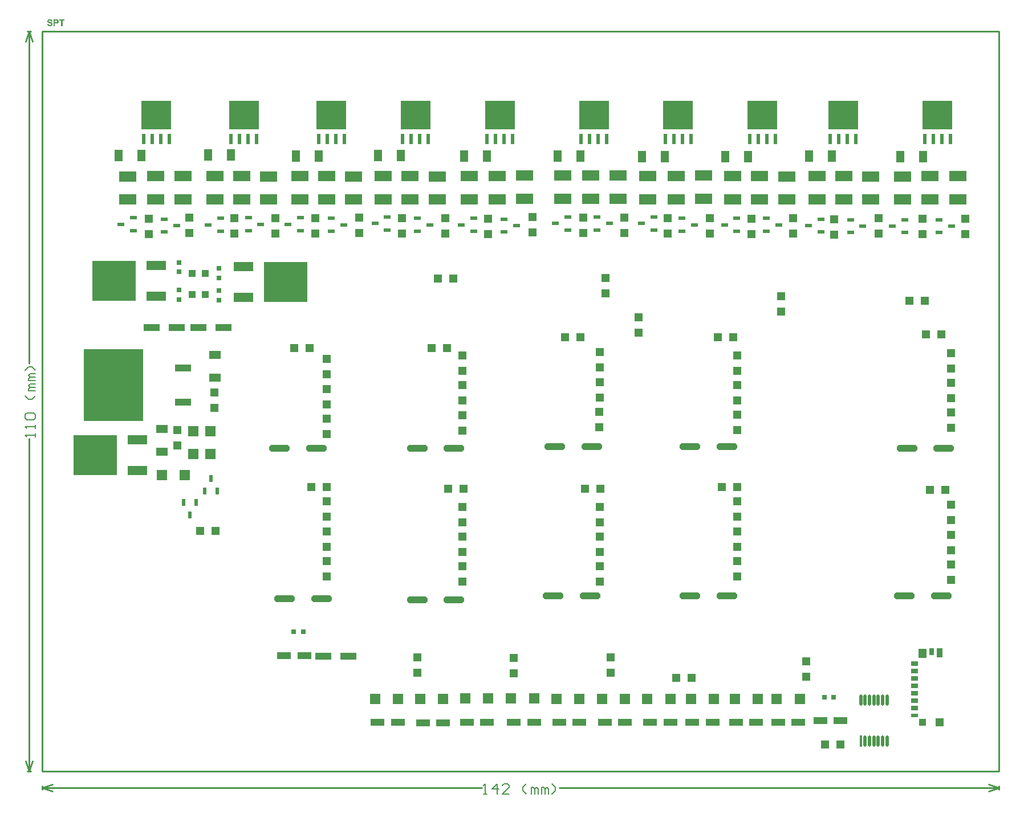
<source format=gtp>
%FSTAX43Y43*%
%MOMM*%
G71*
G01*
G75*
G04 Layer_Color=8421504*
%ADD10R,2.540X1.524*%
%ADD11R,1.524X1.524*%
%ADD12R,0.600X1.000*%
%ADD13R,1.143X1.270*%
%ADD14R,1.524X1.524*%
%ADD15R,1.700X1.200*%
%ADD16R,1.270X1.143*%
%ADD17R,0.762X0.762*%
%ADD18R,1.100X1.000*%
%ADD19R,2.400X1.000*%
%ADD20R,3.000X1.400*%
%ADD21R,6.500X6.000*%
%ADD22R,1.000X0.600*%
%ADD23R,0.500X1.600*%
%ADD24R,4.500X4.200*%
G04:AMPARAMS|DCode=25|XSize=3mm|YSize=1mm|CornerRadius=0mm|HoleSize=0mm|Usage=FLASHONLY|Rotation=180.000|XOffset=0mm|YOffset=0mm|HoleType=Round|Shape=Octagon|*
%AMOCTAGOND25*
4,1,8,-1.500,0.250,-1.500,-0.250,-1.250,-0.500,1.250,-0.500,1.500,-0.250,1.500,0.250,1.250,0.500,-1.250,0.500,-1.500,0.250,0.0*
%
%ADD25OCTAGOND25*%

%ADD26R,2.400X1.050*%
%ADD27R,8.900X10.650*%
%ADD28R,1.200X1.700*%
%ADD29R,2.000X1.000*%
%ADD30R,1.200X1.150*%
%ADD31R,1.100X1.100*%
%ADD32R,0.700X1.000*%
%ADD33R,1.000X0.600*%
%ADD34R,1.000X0.700*%
%ADD35R,0.900X1.400*%
%ADD36R,1.200X1.450*%
%ADD37O,0.450X1.700*%
%ADD38R,0.450X1.700*%
%ADD39R,0.762X0.762*%
%ADD40C,0.600*%
%ADD41C,0.500*%
%ADD42C,0.400*%
%ADD43C,0.300*%
%ADD44C,1.200*%
%ADD45C,1.000*%
%ADD46C,1.500*%
%ADD47C,2.540*%
%ADD48C,0.800*%
%ADD49C,2.000*%
%ADD50C,0.700*%
%ADD51C,1.700*%
%ADD52C,1.300*%
%ADD53C,5.500*%
%ADD54C,5.000*%
%ADD55C,1.400*%
%ADD56C,1.600*%
%ADD57C,0.254*%
%ADD58C,0.152*%
%ADD59R,1.500X1.500*%
%ADD60C,1.500*%
%ADD61C,3.000*%
%ADD62R,1.500X1.500*%
%ADD63R,6.000X5.500*%
%ADD64C,2.500*%
%ADD65C,2.000*%
%ADD66C,1.200*%
%ADD67C,1.000*%
%ADD68C,0.250*%
%ADD69C,0.200*%
%ADD70C,0.305*%
%ADD71C,0.150*%
%ADD72C,0.100*%
%ADD73C,0.203*%
%ADD74R,1.700X0.550*%
%ADD75R,0.550X1.700*%
G36*
X0003274Y0111561D02*
X0002987D01*
Y011075D01*
X0002789D01*
Y0111561D01*
X0002502D01*
Y0111726D01*
X0003274D01*
Y0111561D01*
D02*
G37*
G36*
X0002054Y0111725D02*
X0002073D01*
X0002113Y0111723D01*
X0002152Y011172D01*
X000217Y0111719D01*
X0002186Y0111716D01*
X0002199Y0111714D01*
X0002211Y0111711D01*
X0002213D01*
X0002216Y011171D01*
X0002219Y0111708D01*
X0002225Y0111707D01*
X0002241Y0111701D01*
X000226Y0111691D01*
X0002282Y0111679D01*
X0002305Y0111661D01*
X0002329Y011164D01*
X0002351Y0111615D01*
Y0111613D01*
X0002354Y0111612D01*
X0002357Y0111607D01*
X000236Y0111601D01*
X0002364Y0111594D01*
X0002369Y0111585D01*
X0002381Y0111564D01*
X0002391Y0111536D01*
X00024Y0111503D01*
X0002406Y0111466D01*
X0002409Y0111425D01*
Y0111423D01*
Y011142D01*
Y0111416D01*
Y011141D01*
X0002407Y0111393D01*
X0002404Y0111373D01*
X0002401Y0111349D01*
X0002395Y0111324D01*
X0002386Y0111298D01*
X0002376Y0111275D01*
X0002375Y0111272D01*
X000237Y0111264D01*
X0002363Y0111254D01*
X0002354Y011124D01*
X0002342Y0111224D01*
X0002327Y0111208D01*
X0002311Y0111193D01*
X0002293Y0111178D01*
X0002291Y0111176D01*
X0002284Y0111172D01*
X0002274Y0111166D01*
X0002262Y011116D01*
X0002245Y0111151D01*
X0002229Y0111144D01*
X000221Y0111138D01*
X000219Y0111132D01*
X0002187D01*
X0002183Y011113D01*
X0002177D01*
X000217Y0111129D01*
X0002161Y0111127D01*
X000215Y0111126D01*
X0002138D01*
X0002125Y0111124D01*
X000211Y0111123D01*
X0002094Y0111121D01*
X0002074Y011112D01*
X0002055D01*
X0002034Y0111118D01*
X0001859D01*
Y011075D01*
X0001661D01*
Y0111726D01*
X0002036D01*
X0002054Y0111725D01*
D02*
G37*
G36*
X0001121Y0111741D02*
X0001137Y011174D01*
X0001155Y0111738D01*
X0001174Y0111735D01*
X0001195Y0111732D01*
X0001239Y0111723D01*
X0001285Y0111708D01*
X0001308Y0111699D01*
X0001329Y0111688D01*
X0001349Y0111676D01*
X0001367Y0111661D01*
X0001369Y0111659D01*
X0001372Y0111656D01*
X0001376Y0111652D01*
X0001382Y0111646D01*
X0001389Y0111639D01*
X0001397Y0111628D01*
X0001406Y0111616D01*
X0001415Y0111603D01*
X0001424Y0111588D01*
X0001431Y0111572D01*
X0001447Y0111536D01*
X0001453Y0111515D01*
X0001459Y0111493D01*
X0001464Y0111469D01*
X0001465Y0111445D01*
X0001268Y0111438D01*
Y0111439D01*
Y0111441D01*
X0001265Y011145D01*
X0001262Y0111463D01*
X0001256Y011148D01*
X0001248Y0111497D01*
X0001239Y0111515D01*
X0001227Y0111532D01*
X0001213Y0111545D01*
X0001211Y0111546D01*
X0001205Y0111551D01*
X0001196Y0111555D01*
X0001183Y0111563D01*
X0001165Y0111569D01*
X0001144Y0111573D01*
X0001119Y0111578D01*
X0001089Y0111579D01*
X0001076D01*
X000106Y0111578D01*
X000104Y0111575D01*
X0001019Y011157D01*
X0000997Y0111564D01*
X0000975Y0111555D01*
X0000956Y0111543D01*
X0000954Y0111542D01*
X0000951Y0111539D01*
X0000947Y0111535D01*
X0000941Y0111527D01*
X0000935Y0111518D01*
X000093Y0111508D01*
X0000927Y0111496D01*
X0000926Y0111483D01*
Y0111481D01*
Y0111477D01*
X0000927Y0111471D01*
X0000929Y0111462D01*
X0000933Y0111453D01*
X0000938Y0111442D01*
X0000945Y0111434D01*
X0000954Y0111423D01*
X0000956Y0111422D01*
X0000962Y0111417D01*
X0000973Y0111411D01*
X0000981Y0111408D01*
X0000991Y0111404D01*
X0001002Y0111398D01*
X0001015Y0111393D01*
X0001028Y0111387D01*
X0001046Y0111383D01*
X0001064Y0111377D01*
X0001085Y0111371D01*
X0001109Y0111364D01*
X0001134Y0111358D01*
X0001135D01*
X000114Y0111356D01*
X0001147Y0111355D01*
X0001158Y0111352D01*
X000117Y0111349D01*
X0001183Y0111344D01*
X0001214Y0111337D01*
X000125Y0111325D01*
X0001284Y0111315D01*
X0001318Y0111301D01*
X0001333Y0111295D01*
X0001346Y0111288D01*
X0001348D01*
X0001349Y0111286D01*
X0001358Y0111282D01*
X000137Y0111273D01*
X0001385Y0111263D01*
X0001403Y0111248D01*
X0001421Y0111231D01*
X0001437Y0111211D01*
X0001453Y0111188D01*
X0001455Y0111185D01*
X0001459Y0111178D01*
X0001467Y0111163D01*
X0001474Y0111145D01*
X000148Y0111123D01*
X0001488Y0111096D01*
X0001492Y0111066D01*
X0001493Y0111034D01*
Y0111032D01*
Y0111029D01*
Y0111025D01*
Y0111019D01*
X000149Y0111003D01*
X0001488Y0110982D01*
X0001482Y0110958D01*
X0001474Y0110931D01*
X0001462Y0110903D01*
X0001446Y0110875D01*
Y0110873D01*
X0001444Y0110872D01*
X0001437Y0110863D01*
X0001427Y011085D01*
X0001412Y0110835D01*
X0001394Y0110817D01*
X000137Y0110799D01*
X0001345Y0110781D01*
X0001314Y0110766D01*
X0001312D01*
X0001309Y0110765D01*
X0001305Y0110763D01*
X0001299Y011076D01*
X000129Y0110759D01*
X0001281Y0110756D01*
X0001269Y0110753D01*
X0001256Y011075D01*
X0001225Y0110743D01*
X0001189Y0110738D01*
X0001149Y0110734D01*
X0001103Y0110732D01*
X0001085D01*
X0001071Y0110734D01*
X0001057Y0110735D01*
X0001039Y0110737D01*
X0001019Y011074D01*
X0000997Y0110743D01*
X0000951Y0110753D01*
X0000927Y011076D01*
X0000904Y0110768D01*
X0000881Y0110778D01*
X0000859Y0110789D01*
X0000837Y0110802D01*
X0000817Y0110817D01*
X0000816Y0110818D01*
X0000813Y0110821D01*
X0000808Y0110826D01*
X0000801Y0110833D01*
X0000794Y0110842D01*
X0000785Y0110853D01*
X0000776Y0110866D01*
X0000765Y0110879D01*
X0000755Y0110897D01*
X0000745Y0110915D01*
X0000736Y0110936D01*
X0000725Y0110958D01*
X0000718Y0110982D01*
X000071Y0111009D01*
X0000704Y0111037D01*
X00007Y0111066D01*
X0000892Y0111086D01*
Y0111084D01*
X0000893Y0111081D01*
Y0111077D01*
X0000895Y0111069D01*
X0000899Y0111053D01*
X0000907Y0111031D01*
X0000915Y0111009D01*
X0000927Y0110985D01*
X0000942Y0110962D01*
X000096Y0110943D01*
X0000963Y0110942D01*
X000097Y0110936D01*
X0000982Y011093D01*
X0000999Y0110921D01*
X0001019Y0110913D01*
X0001043Y0110906D01*
X0001071Y01109D01*
X0001104Y0110899D01*
X0001121D01*
X0001137Y01109D01*
X0001158Y0110903D01*
X0001181Y0110909D01*
X0001205Y0110915D01*
X0001227Y0110925D01*
X0001247Y0110939D01*
X0001248Y011094D01*
X0001254Y0110946D01*
X0001262Y0110954D01*
X0001272Y0110965D01*
X0001281Y0110979D01*
X0001288Y0110995D01*
X0001294Y0111013D01*
X0001296Y0111032D01*
Y0111034D01*
Y0111038D01*
X0001294Y0111044D01*
X0001293Y0111053D01*
X0001287Y0111071D01*
X0001282Y0111081D01*
X0001275Y011109D01*
X0001274Y0111092D01*
X0001271Y0111095D01*
X0001266Y0111099D01*
X0001259Y0111105D01*
X0001248Y0111113D01*
X0001236Y0111118D01*
X0001222Y0111126D01*
X0001204Y0111133D01*
X0001202D01*
X0001196Y0111136D01*
X0001186Y0111139D01*
X0001171Y0111144D01*
X0001162Y0111147D01*
X000115Y011115D01*
X0001138Y0111153D01*
X0001123Y0111157D01*
X0001107Y0111162D01*
X0001089Y0111166D01*
X000107Y0111171D01*
X0001048Y0111176D01*
X0001046D01*
X000104Y0111178D01*
X0001033Y0111181D01*
X0001022Y0111184D01*
X0001009Y0111187D01*
X0000994Y0111191D01*
X0000962Y0111203D01*
X0000924Y0111217D01*
X0000887Y0111233D01*
X0000855Y0111252D01*
X000084Y0111263D01*
X0000826Y0111273D01*
X0000825Y0111275D01*
X0000822Y0111277D01*
X0000817Y0111282D01*
X0000813Y0111288D01*
X0000805Y0111295D01*
X0000798Y0111304D01*
X0000791Y0111316D01*
X0000782Y0111328D01*
X0000765Y0111356D01*
X0000751Y011139D01*
X0000746Y0111408D01*
X0000742Y0111428D01*
X0000739Y0111448D01*
X0000737Y0111469D01*
Y0111471D01*
Y0111472D01*
Y0111477D01*
Y0111483D01*
X000074Y0111496D01*
X0000743Y0111515D01*
X0000748Y0111536D01*
X0000755Y011156D01*
X0000765Y0111584D01*
X0000779Y0111609D01*
Y011161D01*
X000078Y0111612D01*
X0000786Y0111619D01*
X0000797Y0111631D01*
X000081Y0111646D01*
X0000826Y0111662D01*
X0000847Y0111679D01*
X0000871Y0111695D01*
X0000899Y0111708D01*
X0000901D01*
X0000902Y011171D01*
X0000908Y0111711D01*
X0000914Y0111714D01*
X0000921Y0111716D01*
X000093Y0111719D01*
X0000953Y0111726D01*
X0000981Y0111732D01*
X0001014Y0111737D01*
X0001051Y0111741D01*
X0001091Y0111743D01*
X0001109D01*
X0001121Y0111741D01*
D02*
G37*
%LPC*%
G36*
X0002006Y0111561D02*
X0001859D01*
Y0111283D01*
X0001994D01*
X0002005Y0111285D01*
X0002028D01*
X0002055Y0111286D01*
X000208Y0111289D01*
X0002103Y0111294D01*
X0002113Y0111295D01*
X0002121Y0111298D01*
X0002122Y01113D01*
X0002126Y0111301D01*
X0002134Y0111304D01*
X0002143Y011131D01*
X0002153Y0111316D01*
X0002164Y0111325D01*
X0002174Y0111334D01*
X0002183Y0111346D01*
X0002184Y0111347D01*
X0002186Y0111352D01*
X000219Y0111359D01*
X0002195Y0111368D01*
X0002198Y0111379D01*
X0002202Y0111392D01*
X0002204Y0111407D01*
X0002205Y0111422D01*
Y0111425D01*
Y0111431D01*
X0002204Y0111441D01*
X0002201Y0111453D01*
X0002198Y0111466D01*
X0002192Y0111481D01*
X0002184Y0111496D01*
X0002174Y0111509D01*
X0002173Y0111511D01*
X0002168Y0111515D01*
X0002162Y0111521D01*
X0002152Y0111529D01*
X0002141Y0111536D01*
X0002126Y0111543D01*
X0002112Y0111549D01*
X0002094Y0111554D01*
X0002092D01*
X0002086Y0111555D01*
X0002077Y0111557D01*
X0002064Y0111558D01*
X0002045D01*
X0002019Y011156D01*
X0002006Y0111561D01*
D02*
G37*
%LPD*%
D10*
X00586Y00884D02*
D03*
Y0084971D02*
D03*
X00546Y0085D02*
D03*
Y0088429D02*
D03*
X00127Y00884D02*
D03*
Y0084971D02*
D03*
X00168Y0085D02*
D03*
Y0088429D02*
D03*
X00209Y0085D02*
D03*
Y0088429D02*
D03*
X00256Y0085D02*
D03*
Y0088429D02*
D03*
X00336Y00884D02*
D03*
Y0084971D02*
D03*
X00296Y0085D02*
D03*
Y0088429D02*
D03*
X00382Y0085D02*
D03*
Y0088429D02*
D03*
X00422Y0085D02*
D03*
Y0088429D02*
D03*
X00462Y00884D02*
D03*
Y0084971D02*
D03*
X00506Y0085D02*
D03*
Y0088429D02*
D03*
X00634D02*
D03*
Y0085D02*
D03*
X00675Y0088429D02*
D03*
Y0085D02*
D03*
X00716Y0085071D02*
D03*
Y00885D02*
D03*
X00773Y00851D02*
D03*
Y0088529D02*
D03*
X00814Y00851D02*
D03*
Y0088529D02*
D03*
X00855Y00885D02*
D03*
Y0085071D02*
D03*
X00899Y0085D02*
D03*
Y0088429D02*
D03*
X00941Y0085D02*
D03*
Y0088429D02*
D03*
X00982Y00885D02*
D03*
Y0085071D02*
D03*
X01025Y0085D02*
D03*
Y0088429D02*
D03*
X01105Y00884D02*
D03*
Y0084971D02*
D03*
X01065Y0085D02*
D03*
Y0088429D02*
D03*
X0115Y0085D02*
D03*
Y0088429D02*
D03*
X01359Y0088429D02*
D03*
Y0085D02*
D03*
X01318Y0088429D02*
D03*
Y0085D02*
D03*
X01277Y0084971D02*
D03*
Y00884D02*
D03*
X0123D02*
D03*
Y0084971D02*
D03*
X0119Y0085D02*
D03*
Y0088429D02*
D03*
D11*
X00224Y00471D02*
D03*
Y0050529D02*
D03*
X00249Y00471D02*
D03*
Y0050529D02*
D03*
D12*
X00219Y0038075D02*
D03*
X002095Y0039925D02*
D03*
X002285D02*
D03*
X0025Y0043525D02*
D03*
X002595Y0041675D02*
D03*
X002405D02*
D03*
D13*
X0023414Y00357D02*
D03*
X00257D02*
D03*
X0058714Y00732D02*
D03*
X0061D02*
D03*
X0128714Y00699D02*
D03*
X0131D02*
D03*
X0096386Y00139D02*
D03*
X00941D02*
D03*
X0133486Y00649D02*
D03*
X01312D02*
D03*
X0102586Y00645D02*
D03*
X01003D02*
D03*
X0079886Y00645D02*
D03*
X00776D02*
D03*
X0060086Y00629D02*
D03*
X00578D02*
D03*
X0039686D02*
D03*
X00374D02*
D03*
X0134086Y00418D02*
D03*
X01318D02*
D03*
X0103186Y00422D02*
D03*
X01009D02*
D03*
X0082886Y0042D02*
D03*
X00806D02*
D03*
X0062486D02*
D03*
X00602D02*
D03*
X0042186Y00422D02*
D03*
X00399D02*
D03*
X0116214Y0004D02*
D03*
X01185D02*
D03*
D14*
X00177Y0044D02*
D03*
X0021129D02*
D03*
X0049371Y001075D02*
D03*
X00528D02*
D03*
X0062771Y00108D02*
D03*
X00662D02*
D03*
X0056071Y00107D02*
D03*
X00595D02*
D03*
X007302Y00108D02*
D03*
X0069591D02*
D03*
X007972Y001075D02*
D03*
X0076291D02*
D03*
X008652D02*
D03*
X0083091D02*
D03*
X009322D02*
D03*
X0089791D02*
D03*
X009972D02*
D03*
X0096291D02*
D03*
X010622D02*
D03*
X0102791D02*
D03*
X011247D02*
D03*
X0109041D02*
D03*
D15*
X00177Y00475D02*
D03*
Y00509D02*
D03*
X00256Y00619D02*
D03*
Y00585D02*
D03*
D16*
X002Y0048414D02*
D03*
Y00507D02*
D03*
X00885Y0065214D02*
D03*
Y00675D02*
D03*
X00836Y0071014D02*
D03*
Y00733D02*
D03*
X01097Y0068314D02*
D03*
Y00706D02*
D03*
X00557Y0016886D02*
D03*
Y00146D02*
D03*
X007Y0016786D02*
D03*
Y00145D02*
D03*
X00844Y0014614D02*
D03*
Y00169D02*
D03*
X00991Y0082186D02*
D03*
Y00799D02*
D03*
X01115Y0082186D02*
D03*
Y00799D02*
D03*
X01053Y0082086D02*
D03*
Y00798D02*
D03*
X01134Y0014014D02*
D03*
Y00163D02*
D03*
X00255Y0056286D02*
D03*
Y0054D02*
D03*
X00158Y0082086D02*
D03*
Y00798D02*
D03*
X01349Y0051014D02*
D03*
Y00533D02*
D03*
Y0055414D02*
D03*
Y00577D02*
D03*
Y0062086D02*
D03*
Y00598D02*
D03*
X01032Y0050714D02*
D03*
Y0053D02*
D03*
Y0055114D02*
D03*
Y00574D02*
D03*
Y0061786D02*
D03*
Y00595D02*
D03*
X00827Y0051114D02*
D03*
Y00534D02*
D03*
X00828Y0055514D02*
D03*
Y00578D02*
D03*
Y0062286D02*
D03*
Y006D02*
D03*
X00624Y0050614D02*
D03*
Y00529D02*
D03*
Y0055114D02*
D03*
Y00574D02*
D03*
Y0061786D02*
D03*
Y00595D02*
D03*
X00422Y0050114D02*
D03*
Y00524D02*
D03*
Y0054514D02*
D03*
Y00568D02*
D03*
Y0061286D02*
D03*
Y0059D02*
D03*
X01349Y0028414D02*
D03*
Y00307D02*
D03*
Y0032814D02*
D03*
Y00351D02*
D03*
Y0039586D02*
D03*
Y00373D02*
D03*
X01032Y0028914D02*
D03*
Y00312D02*
D03*
Y0033314D02*
D03*
Y00356D02*
D03*
Y0040086D02*
D03*
Y00378D02*
D03*
X00828Y0028214D02*
D03*
Y00305D02*
D03*
Y0032614D02*
D03*
Y00349D02*
D03*
Y0039286D02*
D03*
Y0037D02*
D03*
X00624Y0028214D02*
D03*
Y00305D02*
D03*
Y0032614D02*
D03*
Y00349D02*
D03*
Y0039286D02*
D03*
Y0037D02*
D03*
X00422Y0028914D02*
D03*
Y00312D02*
D03*
Y0033314D02*
D03*
Y00356D02*
D03*
Y0040086D02*
D03*
Y00378D02*
D03*
X00218Y0082286D02*
D03*
Y008D02*
D03*
X00285Y0082186D02*
D03*
Y00799D02*
D03*
X00346Y0082186D02*
D03*
Y00799D02*
D03*
X00405Y0082186D02*
D03*
Y00799D02*
D03*
X0047Y0082286D02*
D03*
Y008D02*
D03*
X00534Y0082186D02*
D03*
Y00799D02*
D03*
X00598Y0082186D02*
D03*
Y00799D02*
D03*
X00662Y0082086D02*
D03*
Y00798D02*
D03*
X00728Y0082386D02*
D03*
Y00801D02*
D03*
X00803Y0082286D02*
D03*
Y008D02*
D03*
X00864Y0082286D02*
D03*
Y008D02*
D03*
X00928Y0082186D02*
D03*
Y00799D02*
D03*
X0137Y0082086D02*
D03*
Y00798D02*
D03*
X01307Y0082086D02*
D03*
Y00798D02*
D03*
X01242Y0082186D02*
D03*
Y00799D02*
D03*
X01176Y0081986D02*
D03*
Y00797D02*
D03*
D17*
X00203Y0075597D02*
D03*
Y00742D02*
D03*
Y0070103D02*
D03*
Y00715D02*
D03*
X0026175Y0074722D02*
D03*
Y0073325D02*
D03*
X00262Y0070003D02*
D03*
Y00714D02*
D03*
D18*
X00222Y0070825D02*
D03*
Y0073975D02*
D03*
X00242Y0070825D02*
D03*
Y0073975D02*
D03*
D19*
X00199Y00659D02*
D03*
X00162D02*
D03*
X00417Y00171D02*
D03*
X00454D02*
D03*
X00269Y00659D02*
D03*
X00232D02*
D03*
D20*
X0016935Y0075188D02*
D03*
X00169Y00706D02*
D03*
X0029815Y0070435D02*
D03*
X002985Y0075023D02*
D03*
X00141Y00447D02*
D03*
X0014135Y0049288D02*
D03*
D21*
X00106Y0072887D02*
D03*
X003615Y0072736D02*
D03*
X00078Y0046987D02*
D03*
D22*
X0113775Y00811D02*
D03*
X0115625Y008205D02*
D03*
Y008015D02*
D03*
X0109325Y00812D02*
D03*
X0107475Y008025D02*
D03*
Y008215D02*
D03*
X0101275Y00812D02*
D03*
X0103125Y008215D02*
D03*
Y008025D02*
D03*
X0049375Y00814D02*
D03*
X0051225Y008235D02*
D03*
Y008045D02*
D03*
X0057525Y00812D02*
D03*
X0055675Y008025D02*
D03*
Y008215D02*
D03*
X0019925Y00811D02*
D03*
X0018075Y008015D02*
D03*
Y008205D02*
D03*
X0011675Y00813D02*
D03*
X0013525Y008225D02*
D03*
Y008035D02*
D03*
X0024575Y00812D02*
D03*
X0026425Y008215D02*
D03*
Y008025D02*
D03*
X0032425Y00813D02*
D03*
X0030575Y008035D02*
D03*
Y008225D02*
D03*
X0036475Y00813D02*
D03*
X0038325Y008225D02*
D03*
Y008035D02*
D03*
X0044725Y00812D02*
D03*
X0042875Y008025D02*
D03*
Y008215D02*
D03*
X0062175Y00812D02*
D03*
X0064025Y008215D02*
D03*
Y008025D02*
D03*
X0070425Y00811D02*
D03*
X0068575Y008015D02*
D03*
Y008205D02*
D03*
X0076175Y00814D02*
D03*
X0078025Y008235D02*
D03*
Y008045D02*
D03*
X0084225Y00814D02*
D03*
X0082375Y008045D02*
D03*
Y008235D02*
D03*
X0088975Y00814D02*
D03*
X0090825Y008235D02*
D03*
Y008045D02*
D03*
X0096825Y00812D02*
D03*
X0094975Y008025D02*
D03*
Y008215D02*
D03*
X0135025Y0081D02*
D03*
X0133175Y008005D02*
D03*
Y008195D02*
D03*
X0126175Y0081D02*
D03*
X0128025Y008195D02*
D03*
Y008005D02*
D03*
X0121825Y0081D02*
D03*
X0119975Y008005D02*
D03*
Y008195D02*
D03*
D23*
X0066Y0094D02*
D03*
X006727D02*
D03*
X006854D02*
D03*
X006981D02*
D03*
X0117D02*
D03*
X011827D02*
D03*
X011954D02*
D03*
X012081D02*
D03*
X0015D02*
D03*
X001627D02*
D03*
X001754D02*
D03*
X001881D02*
D03*
X0028D02*
D03*
X002927D02*
D03*
X003054D02*
D03*
X003181D02*
D03*
X0041D02*
D03*
X004227D02*
D03*
X004354D02*
D03*
X004481D02*
D03*
X00535D02*
D03*
X005477D02*
D03*
X005604D02*
D03*
X005731D02*
D03*
X008D02*
D03*
X008127D02*
D03*
X008254D02*
D03*
X008381D02*
D03*
X0105D02*
D03*
X010627D02*
D03*
X010754D02*
D03*
X010881D02*
D03*
X00925D02*
D03*
X009377D02*
D03*
X009504D02*
D03*
X009631D02*
D03*
X0131D02*
D03*
X013227D02*
D03*
X013354D02*
D03*
X013481D02*
D03*
D24*
X0067905Y00975D02*
D03*
X0118905D02*
D03*
X0016905D02*
D03*
X0029905D02*
D03*
X0042905D02*
D03*
X0055405D02*
D03*
X0081905D02*
D03*
X0106905D02*
D03*
X0094405D02*
D03*
X0132905D02*
D03*
D25*
X0081312Y0026024D02*
D03*
X0075851D02*
D03*
X0055658Y0025491D02*
D03*
X0061119D02*
D03*
X0041434Y0025643D02*
D03*
X0035973D02*
D03*
X0127991Y0026024D02*
D03*
X0133452D02*
D03*
X0101632Y0048249D02*
D03*
X0096171D02*
D03*
X0076105D02*
D03*
X0081566D02*
D03*
X0061119Y004797D02*
D03*
X0055658D02*
D03*
X0035211Y0047995D02*
D03*
X0040672D02*
D03*
X0133833D02*
D03*
X0128372D02*
D03*
X0101632Y0026024D02*
D03*
X0096171D02*
D03*
D26*
X00209Y005486D02*
D03*
Y005994D02*
D03*
D27*
X001055Y00574D02*
D03*
D28*
X00113Y00915D02*
D03*
X00147D02*
D03*
X00246Y00916D02*
D03*
X0028D02*
D03*
X00376Y00914D02*
D03*
X0041D02*
D03*
X00498Y00915D02*
D03*
X00532D02*
D03*
X00626Y00914D02*
D03*
X0066D02*
D03*
X00765D02*
D03*
X00799D02*
D03*
X01014Y00913D02*
D03*
X01048D02*
D03*
X0089Y00913D02*
D03*
X00924D02*
D03*
X01138Y00914D02*
D03*
X01172D02*
D03*
X01274Y00913D02*
D03*
X01308D02*
D03*
D29*
X004975Y000725D02*
D03*
X005275D02*
D03*
X00565Y00072D02*
D03*
X00595D02*
D03*
X0063Y000725D02*
D03*
X0066D02*
D03*
X007D02*
D03*
X0073D02*
D03*
X007675D02*
D03*
X007975D02*
D03*
X008352D02*
D03*
X008652D02*
D03*
X009022D02*
D03*
X009322D02*
D03*
X00965D02*
D03*
X00995D02*
D03*
X0103D02*
D03*
X0106D02*
D03*
X010925D02*
D03*
X011225D02*
D03*
X00389Y00172D02*
D03*
X00359D02*
D03*
X01155Y00075D02*
D03*
X01185D02*
D03*
D30*
X013324Y0007225D02*
D03*
D31*
X013065D02*
D03*
D32*
X0132Y001775D02*
D03*
D33*
X01295Y00083D02*
D03*
D34*
Y00094D02*
D03*
Y00105D02*
D03*
Y00116D02*
D03*
Y00127D02*
D03*
Y00138D02*
D03*
Y00149D02*
D03*
Y0016D02*
D03*
D35*
X013324Y001756D02*
D03*
D36*
X013065Y0017525D02*
D03*
D37*
X01254Y00106D02*
D03*
X012475D02*
D03*
X01241D02*
D03*
X012345D02*
D03*
X01228D02*
D03*
X012215D02*
D03*
X01215D02*
D03*
X01254Y00045D02*
D03*
X012475D02*
D03*
X01241D02*
D03*
X012345D02*
D03*
X01228D02*
D03*
X012215D02*
D03*
D38*
X01215D02*
D03*
D39*
X01175Y0011D02*
D03*
X0116103D02*
D03*
X00387Y00207D02*
D03*
X0037303D02*
D03*
D57*
X-0002254Y011D02*
X-0001746D01*
X-0002254Y0D02*
X-0001746D01*
X-0002Y011D02*
X-0001492Y0108476D01*
X-0002508D02*
X-0002Y011D01*
Y0D02*
X-0001492Y0001524D01*
X-0002508D02*
X-0002Y0D01*
Y0060612D02*
Y011D01*
Y0D02*
Y0049388D01*
X0Y0D02*
X0142D01*
X0D02*
Y011D01*
Y-00025D02*
X0065261D01*
X0076739D02*
X0142D01*
X0D02*
X0001524Y-0001992D01*
X0Y-00025D02*
X0001524Y-0003008D01*
X0140476Y-0001992D02*
X0142Y-00025D01*
X0140476Y-0003008D02*
X0142Y-00025D01*
X0Y-0002754D02*
Y-0002246D01*
X0142Y-0002754D02*
Y-0002246D01*
Y0D02*
Y011D01*
X0D02*
X009325D01*
X01134D02*
X0142D01*
X009325D02*
X01134D01*
D58*
X-0001086Y0049642D02*
Y005015D01*
Y0049896D01*
X-0002609D01*
X-0002355Y0049642D01*
X-0001086Y0050912D02*
Y005142D01*
Y0051166D01*
X-0002609D01*
X-0002355Y0050912D01*
Y0052181D02*
X-0002609Y0052435D01*
Y0052943D01*
X-0002355Y0053197D01*
X-000134D01*
X-0001086Y0052943D01*
Y0052435D01*
X-000134Y0052181D01*
X-0002355D01*
X-0001086Y0055736D02*
X-0001594Y0055228D01*
X-0002102D01*
X-0002609Y0055736D01*
X-0001086Y0056498D02*
X-0002102D01*
Y0056752D01*
X-0001848Y0057006D01*
X-0001086D01*
X-0001848D01*
X-0002102Y005726D01*
X-0001848Y0057514D01*
X-0001086D01*
Y0058022D02*
X-0002102D01*
Y0058275D01*
X-0001848Y0058529D01*
X-0001086D01*
X-0001848D01*
X-0002102Y0058783D01*
X-0001848Y0059037D01*
X-0001086D01*
Y0059545D02*
X-0001594Y0060053D01*
X-0002102D01*
X-0002609Y0059545D01*
X0065515Y-0003414D02*
X0066023D01*
X0065769D01*
Y-0001891D01*
X0065515Y-0002145D01*
X0067547Y-0003414D02*
Y-0001891D01*
X0066785Y-0002652D01*
X0067801D01*
X0069324Y-0003414D02*
X0068308D01*
X0069324Y-0002398D01*
Y-0002145D01*
X006907Y-0001891D01*
X0068562D01*
X0068308Y-0002145D01*
X0071863Y-0003414D02*
X0071355Y-0002906D01*
Y-0002398D01*
X0071863Y-0001891D01*
X0072625Y-0003414D02*
Y-0002398D01*
X0072879D01*
X0073133Y-0002652D01*
Y-0003414D01*
Y-0002652D01*
X0073387Y-0002398D01*
X0073641Y-0002652D01*
Y-0003414D01*
X0074149D02*
Y-0002398D01*
X0074402D01*
X0074656Y-0002652D01*
Y-0003414D01*
Y-0002652D01*
X007491Y-0002398D01*
X0075164Y-0002652D01*
Y-0003414D01*
X0075672D02*
X007618Y-0002906D01*
Y-0002398D01*
X0075672Y-0001891D01*
M02*

</source>
